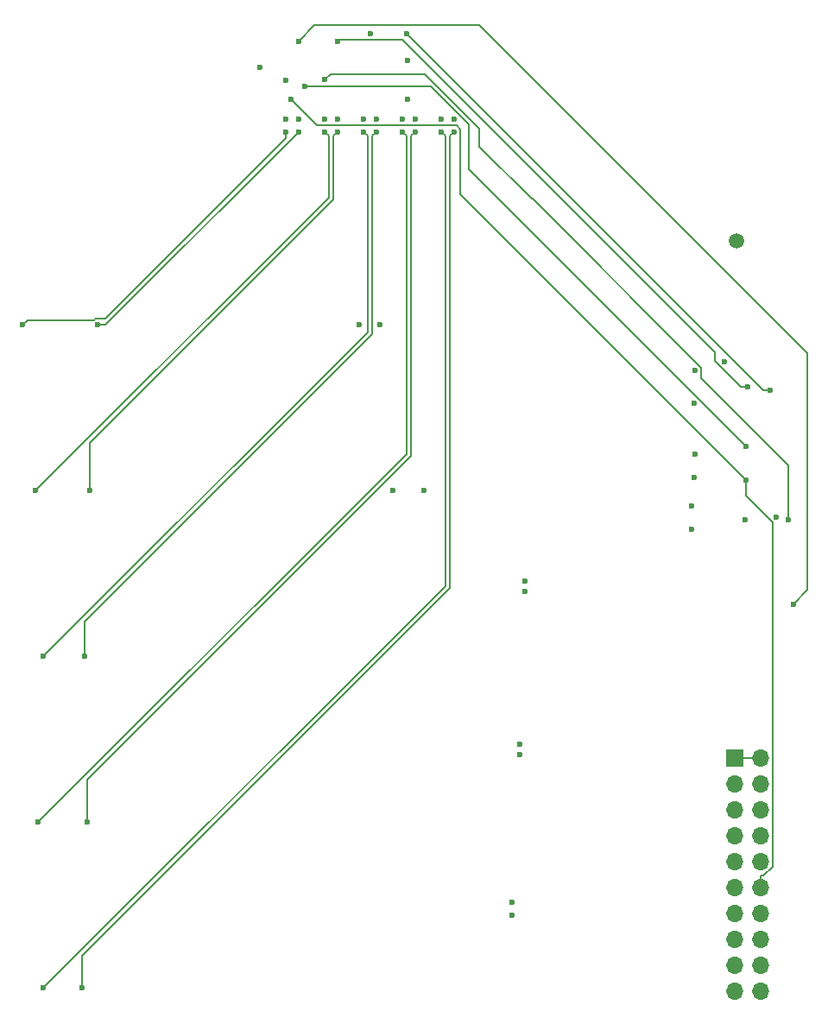
<source format=gbr>
%TF.GenerationSoftware,KiCad,Pcbnew,8.0.3*%
%TF.CreationDate,2024-07-13T21:55:38+05:30*%
%TF.ProjectId,Interpose_1,496e7465-7270-46f7-9365-5f312e6b6963,rev?*%
%TF.SameCoordinates,Original*%
%TF.FileFunction,Copper,L2,Inr*%
%TF.FilePolarity,Positive*%
%FSLAX46Y46*%
G04 Gerber Fmt 4.6, Leading zero omitted, Abs format (unit mm)*
G04 Created by KiCad (PCBNEW 8.0.3) date 2024-07-13 21:55:38*
%MOMM*%
%LPD*%
G01*
G04 APERTURE LIST*
%TA.AperFunction,ComponentPad*%
%ADD10R,1.700000X1.700000*%
%TD*%
%TA.AperFunction,ComponentPad*%
%ADD11O,1.700000X1.700000*%
%TD*%
%TA.AperFunction,ComponentPad*%
%ADD12C,1.500000*%
%TD*%
%TA.AperFunction,ViaPad*%
%ADD13C,0.600000*%
%TD*%
%TA.AperFunction,Conductor*%
%ADD14C,0.200000*%
%TD*%
G04 APERTURE END LIST*
D10*
%TO.N,L2M_DISP*%
%TO.C,J3*%
X146252000Y-103420000D03*
D11*
X148792000Y-103420000D03*
%TO.N,DISP0_VCI*%
X146252000Y-105960000D03*
%TO.N,DISP1_VCI*%
X148792000Y-105960000D03*
%TO.N,DISP0_VDDI*%
X146252000Y-108500000D03*
%TO.N,DISP1_VDDI*%
X148792000Y-108500000D03*
%TO.N,unconnected-(J3-Pin_7-Pad7)*%
X146252000Y-111040000D03*
%TO.N,unconnected-(J3-Pin_8-Pad8)*%
X148792000Y-111040000D03*
%TO.N,DISP0_RST*%
X146252000Y-113580000D03*
%TO.N,DISP1_RST*%
X148792000Y-113580000D03*
%TO.N,DISP0_BUCK_EN*%
X146252000Y-116120000D03*
%TO.N,DISP1_BUCK_VSEL*%
X148792000Y-116120000D03*
%TO.N,DISP0_TE*%
X146252000Y-118660000D03*
%TO.N,DISP1_TE*%
X148792000Y-118660000D03*
%TO.N,DISP0_TOUT*%
X146252000Y-121200000D03*
%TO.N,DISP1_TOUT*%
X148792000Y-121200000D03*
%TO.N,GND*%
X146252000Y-123740000D03*
%TO.N,VSYS_PWR*%
X148792000Y-123740000D03*
%TO.N,GND*%
X146252000Y-126280000D03*
%TO.N,VSYS_PWR*%
X148792000Y-126280000D03*
%TD*%
D12*
%TO.N,GND*%
%TO.C,TP1*%
X146452000Y-52720000D03*
%TD*%
D13*
%TO.N,DSI1_LN2_N*%
X114932000Y-40760000D03*
X125222000Y-103124000D03*
%TO.N,DSI1_CLK_N*%
X111122000Y-40760000D03*
X125730000Y-87122000D03*
%TO.N,DSI1_LN3_N*%
X118742000Y-40760000D03*
X124460000Y-118872000D03*
%TO.N,DSI1_LN3_P*%
X117472000Y-40760000D03*
X124460000Y-117602000D03*
%TO.N,DSI1_LN2_P*%
X113662000Y-40760000D03*
X125222000Y-102108000D03*
%TO.N,DSI1_CLK_P*%
X109852000Y-40760000D03*
X125730000Y-86106000D03*
%TO.N,DSI0_LN1_P*%
X102232000Y-42030000D03*
X76454000Y-60960000D03*
%TO.N,DSI0_CLK_N*%
X111122000Y-42030000D03*
X82550000Y-93472000D03*
%TO.N,DSI0_LN2_N*%
X114932000Y-42030000D03*
X82804000Y-109728000D03*
%TO.N,DSI0_LN0_N*%
X107312000Y-42030000D03*
X83058000Y-77216000D03*
%TO.N,DSI0_CLK_P*%
X109852000Y-42030000D03*
X78486000Y-93472000D03*
%TO.N,DSI0_LN3_P*%
X117472000Y-42030000D03*
X78486000Y-125984000D03*
%TO.N,DSI0_LN3_N*%
X118742000Y-42030000D03*
X82296000Y-125984000D03*
%TO.N,DSI0_LN1_N*%
X103502000Y-42030000D03*
X83820000Y-60960000D03*
%TO.N,DSI0_LN2_P*%
X113662000Y-42030000D03*
X77978000Y-109728000D03*
%TO.N,DSI0_LN0_P*%
X106042000Y-42030000D03*
X77724000Y-77216000D03*
%TO.N,DSI1_LN1_P*%
X102232000Y-40760000D03*
X109474000Y-60960000D03*
%TO.N,DSI1_LN1_N*%
X103502000Y-40760000D03*
X111506000Y-60960000D03*
%TO.N,DISP1_BUCK_VSEL*%
X147332000Y-76140000D03*
X102768000Y-38854900D03*
%TO.N,DISP1_TE*%
X150308000Y-79817100D03*
%TO.N,DISP0_TOUT*%
X141998000Y-81014100D03*
X114194000Y-38854900D03*
%TO.N,DISP0_VDDI*%
X142281000Y-68681400D03*
X110574000Y-32418200D03*
%TO.N,DISP0_RST*%
X142407000Y-73628300D03*
X102232000Y-36950000D03*
%TO.N,DISP0_TE*%
X142046000Y-78680000D03*
%TO.N,DISP1_TOUT*%
X106042000Y-36929300D03*
X151525000Y-80081700D03*
%TO.N,DISP1_RST*%
X104134000Y-37545300D03*
X147352000Y-72902400D03*
%TO.N,DISP0_BUCK_EN*%
X99692000Y-35680000D03*
X142281000Y-75904900D03*
%TO.N,VSYS_PWR*%
X151986000Y-88367300D03*
X103502000Y-33140000D03*
%TO.N,DISP1_VDDI*%
X114136000Y-32447600D03*
X149702000Y-67372700D03*
%TO.N,DISP1_VCI*%
X107312000Y-33140000D03*
X147560000Y-67038200D03*
%TO.N,DISP0_VCI*%
X114198000Y-35040100D03*
X142369000Y-65412000D03*
%TO.N,L2M_DISP*%
X145284000Y-64594600D03*
%TO.N,GND*%
X147320000Y-80067600D03*
%TO.N,DSI1_LN0_N*%
X107312000Y-40760000D03*
X115824000Y-77216000D03*
%TO.N,DSI1_LN0_P*%
X106042000Y-40760000D03*
X112776000Y-77216000D03*
%TD*%
D14*
%TO.N,DSI0_LN1_P*%
X102232000Y-42663600D02*
X102232000Y-42030000D01*
X84535600Y-60360000D02*
X102232000Y-42663600D01*
X83571500Y-60360000D02*
X84535600Y-60360000D01*
X83421500Y-60510000D02*
X83571500Y-60360000D01*
X76904000Y-60510000D02*
X83421500Y-60510000D01*
X76454000Y-60960000D02*
X76904000Y-60510000D01*
%TO.N,DSI0_CLK_N*%
X110712000Y-42440000D02*
X111122000Y-42030000D01*
X110712000Y-61882400D02*
X110712000Y-42440000D01*
X82550000Y-90044400D02*
X110712000Y-61882400D01*
X82550000Y-93472000D02*
X82550000Y-90044400D01*
%TO.N,DSI0_LN2_N*%
X114522000Y-42440000D02*
X114932000Y-42030000D01*
X114522000Y-73820400D02*
X114522000Y-42440000D01*
X82804000Y-105538000D02*
X114522000Y-73820400D01*
X82804000Y-109728000D02*
X82804000Y-105538000D01*
%TO.N,DSI0_LN0_N*%
X106902000Y-42440000D02*
X107312000Y-42030000D01*
X106902000Y-48674400D02*
X106902000Y-42440000D01*
X83058000Y-72518400D02*
X106902000Y-48674400D01*
X83058000Y-77216000D02*
X83058000Y-72518400D01*
%TO.N,DSI0_CLK_P*%
X110262000Y-42440000D02*
X109852000Y-42030000D01*
X110262000Y-61696000D02*
X110262000Y-42440000D01*
X78486000Y-93472000D02*
X110262000Y-61696000D01*
%TO.N,DSI0_LN3_P*%
X117882000Y-42440000D02*
X117472000Y-42030000D01*
X117882000Y-86588000D02*
X117882000Y-42440000D01*
X78486000Y-125984000D02*
X117882000Y-86588000D01*
%TO.N,DSI0_LN3_N*%
X118332000Y-42440000D02*
X118742000Y-42030000D01*
X118332000Y-86774400D02*
X118332000Y-42440000D01*
X82296000Y-122810000D02*
X118332000Y-86774400D01*
X82296000Y-125984000D02*
X82296000Y-122810000D01*
%TO.N,DSI0_LN1_N*%
X84572000Y-60960000D02*
X103502000Y-42030000D01*
X83820000Y-60960000D02*
X84572000Y-60960000D01*
X83820000Y-60960000D02*
X84572000Y-60960000D01*
X103502000Y-42040000D02*
X103502000Y-42030000D01*
X84582000Y-60960000D02*
X103502000Y-42040000D01*
X84572000Y-60960000D02*
X84582000Y-60960000D01*
%TO.N,DSI0_LN2_P*%
X114072000Y-42440000D02*
X113662000Y-42030000D01*
X114072000Y-73634000D02*
X114072000Y-42440000D01*
X77978000Y-109728000D02*
X114072000Y-73634000D01*
%TO.N,DSI0_LN0_P*%
X106452000Y-42440000D02*
X106042000Y-42030000D01*
X106452000Y-48488000D02*
X106452000Y-42440000D01*
X77724000Y-77216000D02*
X106452000Y-48488000D01*
%TO.N,DISP1_BUCK_VSEL*%
X119372000Y-48180000D02*
X147332000Y-76140000D01*
X119372000Y-41796000D02*
X119372000Y-48180000D01*
X118971000Y-41395000D02*
X119372000Y-41796000D01*
X105308000Y-41395000D02*
X118971000Y-41395000D01*
X102768000Y-38854900D02*
X105308000Y-41395000D01*
X148792000Y-114968000D02*
X148792000Y-116120000D01*
X149060000Y-114968000D02*
X148792000Y-114968000D01*
X149954000Y-114074000D02*
X149060000Y-114968000D01*
X149954000Y-80314000D02*
X149954000Y-114074000D01*
X147332000Y-77691900D02*
X149954000Y-80314000D01*
X147332000Y-76140000D02*
X147332000Y-77691900D01*
%TO.N,DISP1_TOUT*%
X151525000Y-74758300D02*
X151525000Y-80081700D01*
X142991000Y-66224300D02*
X151525000Y-74758300D01*
X142991000Y-65137100D02*
X142991000Y-66224300D01*
X126457000Y-48603100D02*
X142991000Y-65137100D01*
X126357000Y-48603100D02*
X126457000Y-48603100D01*
X121230000Y-43475900D02*
X126357000Y-48603100D01*
X121230000Y-41723900D02*
X121230000Y-43475900D01*
X115860000Y-36353800D02*
X121230000Y-41723900D01*
X106618000Y-36353800D02*
X115860000Y-36353800D01*
X106042000Y-36929300D02*
X106618000Y-36353800D01*
%TO.N,DISP1_RST*%
X116430000Y-37545300D02*
X104134000Y-37545300D01*
X120160000Y-41275200D02*
X116430000Y-37545300D01*
X120160000Y-45709500D02*
X120160000Y-41275200D01*
X147352000Y-72902400D02*
X120160000Y-45709500D01*
%TO.N,VSYS_PWR*%
X153416000Y-86937500D02*
X151986000Y-88367300D01*
X153416000Y-63754000D02*
X153416000Y-86937500D01*
X121250000Y-31588000D02*
X153416000Y-63754000D01*
X105054000Y-31588000D02*
X121250000Y-31588000D01*
X103502000Y-33140000D02*
X105054000Y-31588000D01*
%TO.N,DISP1_VDDI*%
X149061000Y-67372700D02*
X149702000Y-67372700D01*
X114136000Y-32447600D02*
X149061000Y-67372700D01*
%TO.N,DISP1_VCI*%
X146856000Y-67038200D02*
X147560000Y-67038200D01*
X144281000Y-64462600D02*
X146856000Y-67038200D01*
X144281000Y-63621000D02*
X144281000Y-64462600D01*
X113698000Y-33037900D02*
X144281000Y-63621000D01*
X107414000Y-33037900D02*
X113698000Y-33037900D01*
X107312000Y-33140000D02*
X107414000Y-33037900D01*
%TO.N,L2M_DISP*%
X148792000Y-103420000D02*
X146252000Y-103420000D01*
%TD*%
M02*

</source>
